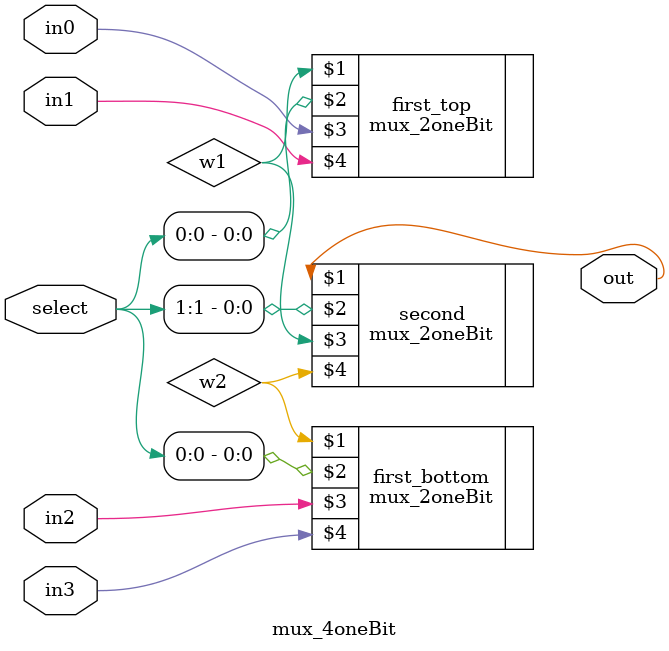
<source format=v>
module mux_4oneBit(out, select, in0, in1, in2, in3);
    input [1:0] select;
    input in0, in1, in2, in3;
    output out;
    wire w1, w2;
    mux_2oneBit first_top(w1, select[0], in0, in1);
    mux_2oneBit first_bottom(w2, select[0], in2, in3);
    mux_2oneBit second(out, select[1], w1, w2);
endmodule
</source>
